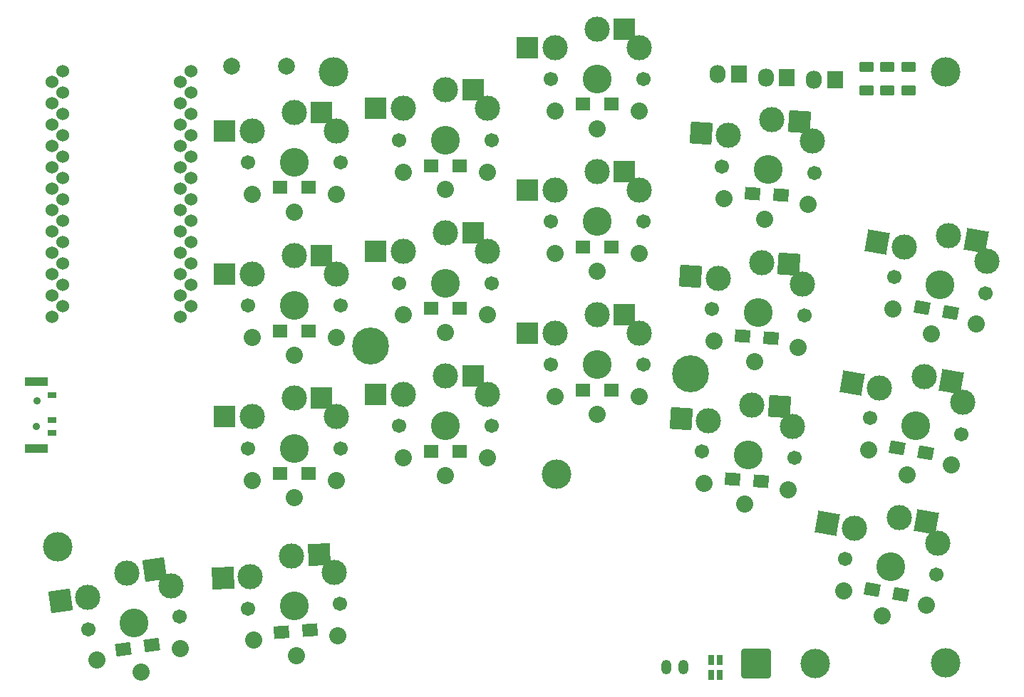
<source format=gts>
G04 #@! TF.GenerationSoftware,KiCad,Pcbnew,7.0.5*
G04 #@! TF.CreationDate,2023-06-08T22:56:43+10:00*
G04 #@! TF.ProjectId,Klotz,4b6c6f74-7a2e-46b6-9963-61645f706362,0.2*
G04 #@! TF.SameCoordinates,Original*
G04 #@! TF.FileFunction,Soldermask,Top*
G04 #@! TF.FilePolarity,Negative*
%FSLAX46Y46*%
G04 Gerber Fmt 4.6, Leading zero omitted, Abs format (unit mm)*
G04 Created by KiCad (PCBNEW 7.0.5) date 2023-06-08 22:56:43*
%MOMM*%
%LPD*%
G01*
G04 APERTURE LIST*
G04 Aperture macros list*
%AMRoundRect*
0 Rectangle with rounded corners*
0 $1 Rounding radius*
0 $2 $3 $4 $5 $6 $7 $8 $9 X,Y pos of 4 corners*
0 Add a 4 corners polygon primitive as box body*
4,1,4,$2,$3,$4,$5,$6,$7,$8,$9,$2,$3,0*
0 Add four circle primitives for the rounded corners*
1,1,$1+$1,$2,$3*
1,1,$1+$1,$4,$5*
1,1,$1+$1,$6,$7*
1,1,$1+$1,$8,$9*
0 Add four rect primitives between the rounded corners*
20,1,$1+$1,$2,$3,$4,$5,0*
20,1,$1+$1,$4,$5,$6,$7,0*
20,1,$1+$1,$6,$7,$8,$9,0*
20,1,$1+$1,$8,$9,$2,$3,0*%
%AMRotRect*
0 Rectangle, with rotation*
0 The origin of the aperture is its center*
0 $1 length*
0 $2 width*
0 $3 Rotation angle, in degrees counterclockwise*
0 Add horizontal line*
21,1,$1,$2,0,0,$3*%
G04 Aperture macros list end*
%ADD10O,1.905000X2.159000*%
%ADD11R,1.905000X2.159000*%
%ADD12R,1.800000X1.500000*%
%ADD13R,0.635000X1.143000*%
%ADD14C,1.701800*%
%ADD15C,3.000000*%
%ADD16C,3.429000*%
%ADD17C,2.032000*%
%ADD18R,2.600000X2.600000*%
%ADD19RotRect,1.800000X1.500000X350.000000*%
%ADD20C,2.000000*%
%ADD21RotRect,2.600000X2.600000X350.000000*%
%ADD22RoundRect,0.250000X0.625000X-0.375000X0.625000X0.375000X-0.625000X0.375000X-0.625000X-0.375000X0*%
%ADD23C,4.400000*%
%ADD24O,1.200000X1.750000*%
%ADD25RotRect,2.600000X2.600000X356.000000*%
%ADD26C,3.500000*%
%ADD27RotRect,2.600000X2.600000X8.000000*%
%ADD28RotRect,1.800000X1.500000X356.000000*%
%ADD29RotRect,1.800000X1.500000X8.000000*%
%ADD30RotRect,1.800000X1.500000X4.000000*%
%ADD31C,0.900000*%
%ADD32R,1.000000X0.700000*%
%ADD33R,2.800000X1.000000*%
%ADD34RotRect,2.600000X2.600000X3.000000*%
%ADD35C,1.524000*%
%ADD36RoundRect,0.250002X-1.499998X-1.499998X1.499998X-1.499998X1.499998X1.499998X-1.499998X1.499998X0*%
G04 APERTURE END LIST*
D10*
X178719019Y-58478792D03*
D11*
X181243019Y-58478792D03*
D12*
X151270000Y-61380000D03*
X154670000Y-61380000D03*
X133220000Y-102670000D03*
X136620000Y-102670000D03*
D13*
X166524620Y-129250000D03*
X167525380Y-129250000D03*
D14*
X147444862Y-58365117D03*
D15*
X147944862Y-54615117D03*
X152944862Y-52415117D03*
D16*
X152944862Y-58365117D03*
D15*
X157944862Y-54615117D03*
D14*
X158444862Y-58365117D03*
D17*
X152944862Y-64265117D03*
D18*
X156219862Y-52415117D03*
X144669862Y-54615117D03*
D17*
X147944862Y-62165117D03*
X157944862Y-62165117D03*
D19*
X191611654Y-85569596D03*
X194960000Y-86160000D03*
D10*
X173004504Y-58168721D03*
D11*
X175528504Y-58168721D03*
D20*
X109570000Y-56820000D03*
X116070000Y-56820000D03*
D14*
X182419621Y-115409183D03*
D15*
X183563206Y-111802978D03*
X188869271Y-110504642D03*
D16*
X187836064Y-116364248D03*
D15*
X193411283Y-113539460D03*
D14*
X193252507Y-117319313D03*
D17*
X186811540Y-122174614D03*
D21*
X192094516Y-111073340D03*
X180337961Y-111234280D03*
D17*
X182252162Y-119238277D03*
X192100240Y-120974758D03*
D22*
X189975000Y-59750000D03*
X189975000Y-56950000D03*
D14*
X129452431Y-99641867D03*
D15*
X129952431Y-95891867D03*
X134952431Y-93691867D03*
D16*
X134952431Y-99641867D03*
D15*
X139952431Y-95891867D03*
D14*
X140452431Y-99641867D03*
D17*
X134952431Y-105541867D03*
D18*
X138227431Y-93691867D03*
X126677431Y-95891867D03*
D17*
X129952431Y-103441867D03*
X139952431Y-103441867D03*
D12*
X115290000Y-88370000D03*
X118690000Y-88370000D03*
X133220000Y-85670000D03*
X136620000Y-85670000D03*
D23*
X126072491Y-90139683D03*
X164027509Y-93460317D03*
D24*
X163225000Y-128350000D03*
X161225000Y-128350000D03*
D14*
X165450692Y-102680303D03*
D15*
X166211061Y-98974316D03*
X171352345Y-97128458D03*
D16*
X170937294Y-103063964D03*
D15*
X176186701Y-99671881D03*
D14*
X176423896Y-103447625D03*
D17*
X170525731Y-108949592D03*
D25*
X174619367Y-97356910D03*
X162944038Y-98745864D03*
D17*
X165684399Y-106505925D03*
X175660040Y-107203490D03*
D26*
X194398013Y-57553692D03*
D19*
X185685827Y-119064798D03*
X189034173Y-119655202D03*
D14*
X147444862Y-75334448D03*
D15*
X147944862Y-71584448D03*
X152944862Y-69384448D03*
D16*
X152944862Y-75334448D03*
D15*
X157944862Y-71584448D03*
D14*
X158444862Y-75334448D03*
D17*
X152944862Y-81234448D03*
D18*
X156219862Y-69384448D03*
X144669862Y-71584448D03*
D17*
X147944862Y-79134448D03*
X157944862Y-79134448D03*
D26*
X148182160Y-105392393D03*
D14*
X167814407Y-68776914D03*
D15*
X168574776Y-65070927D03*
X173716060Y-63225069D03*
D16*
X173301009Y-69160575D03*
D15*
X178550416Y-65768492D03*
D14*
X178787611Y-69544236D03*
D17*
X172889446Y-75046203D03*
D25*
X176983082Y-63453521D03*
X165307753Y-64842475D03*
D17*
X168048114Y-72602536D03*
X178023755Y-73300101D03*
D14*
X166614904Y-85746250D03*
D15*
X167375273Y-82040263D03*
X172516557Y-80194405D03*
D16*
X172101506Y-86129911D03*
D15*
X177350913Y-82737828D03*
D14*
X177588108Y-86513572D03*
D17*
X171689943Y-92015539D03*
D25*
X175783579Y-80422857D03*
X164108250Y-81811811D03*
D17*
X166848611Y-89571872D03*
X176824252Y-90269437D03*
D14*
X147444862Y-92339060D03*
D15*
X147944862Y-88589060D03*
X152944862Y-86389060D03*
D16*
X152944862Y-92339060D03*
D15*
X157944862Y-88589060D03*
D14*
X158444862Y-92339060D03*
D17*
X152944862Y-98239060D03*
D18*
X156219862Y-86389060D03*
X144669862Y-88589060D03*
D17*
X147944862Y-96139060D03*
X157944862Y-96139060D03*
D14*
X92497995Y-123797487D03*
D15*
X92471230Y-120014395D03*
X97116389Y-117139940D03*
D16*
X97944469Y-123032035D03*
D15*
X102373910Y-118622664D03*
D14*
X103390943Y-122266583D03*
D17*
X98765590Y-128874617D03*
D27*
X100359517Y-116684148D03*
X89228102Y-120470187D03*
D17*
X93521986Y-127490919D03*
X103424667Y-126099188D03*
D12*
X151270000Y-78380000D03*
X154670000Y-78380000D03*
D26*
X88900000Y-114030000D03*
D28*
X170228282Y-88972828D03*
X173620000Y-89210000D03*
D14*
X111460000Y-102287813D03*
D15*
X111960000Y-98537813D03*
X116960000Y-96337813D03*
D16*
X116960000Y-102287813D03*
D15*
X121960000Y-98537813D03*
D14*
X122460000Y-102287813D03*
D17*
X116960000Y-108187813D03*
D18*
X120235000Y-96337813D03*
X108685000Y-98537813D03*
D17*
X111960000Y-106087813D03*
X121960000Y-106087813D03*
D22*
X187475000Y-59750000D03*
X187475000Y-56950000D03*
D13*
X166524620Y-127475000D03*
X167525380Y-127475000D03*
D19*
X188637481Y-102274394D03*
X191985827Y-102864798D03*
D12*
X151270000Y-95380000D03*
X154670000Y-95380000D03*
D29*
X96683088Y-126153188D03*
X100050000Y-125680000D03*
D30*
X115438282Y-124157172D03*
X118830000Y-123920000D03*
D14*
X188311267Y-81929145D03*
D15*
X189454852Y-78322940D03*
X194760917Y-77024604D03*
D16*
X193727710Y-82884210D03*
D15*
X199302929Y-80059422D03*
D14*
X199144153Y-83839275D03*
D17*
X192703186Y-88694576D03*
D21*
X197986162Y-77593302D03*
X186229607Y-77754242D03*
D17*
X188143808Y-85758239D03*
X197991886Y-87494720D03*
D26*
X121652143Y-57553692D03*
D12*
X133220000Y-68670000D03*
X136620000Y-68670000D03*
D14*
X111460000Y-85318484D03*
D15*
X111960000Y-81568484D03*
X116960000Y-79368484D03*
D16*
X116960000Y-85318484D03*
D15*
X121960000Y-81568484D03*
D14*
X122460000Y-85318484D03*
D17*
X116960000Y-91218484D03*
D18*
X120235000Y-79368484D03*
X108685000Y-81568484D03*
D17*
X111960000Y-89118484D03*
X121960000Y-89118484D03*
D31*
X86375000Y-99685000D03*
X86425000Y-96685000D03*
D32*
X88225000Y-95935000D03*
X88225000Y-98935000D03*
X88225000Y-100435000D03*
D33*
X86325000Y-94335000D03*
X86325000Y-102285000D03*
D14*
X129452431Y-65632647D03*
D15*
X129952431Y-61882647D03*
X134952431Y-59682647D03*
D16*
X134952431Y-65632647D03*
D15*
X139952431Y-61882647D03*
D14*
X140452431Y-65632647D03*
D17*
X134952431Y-71532647D03*
D18*
X138227431Y-59682647D03*
X126677431Y-61882647D03*
D17*
X129952431Y-69432647D03*
X139952431Y-69432647D03*
D12*
X115290000Y-105270000D03*
X118690000Y-105270000D03*
X115290000Y-71270000D03*
X118690000Y-71270000D03*
D28*
X171428282Y-71972828D03*
X174820000Y-72210000D03*
D14*
X111460000Y-68313872D03*
D15*
X111960000Y-64563872D03*
X116960000Y-62363872D03*
D16*
X116960000Y-68313872D03*
D15*
X121960000Y-64563872D03*
D14*
X122460000Y-68313872D03*
D17*
X116960000Y-74213872D03*
D18*
X120235000Y-62363872D03*
X108685000Y-64563872D03*
D17*
X111960000Y-72113872D03*
X121960000Y-72113872D03*
D14*
X111467538Y-121344243D03*
D15*
X111770592Y-117573214D03*
X116648601Y-115114549D03*
D16*
X116960000Y-121056395D03*
D15*
X121756888Y-117049854D03*
D14*
X122452462Y-120768547D03*
D17*
X117268782Y-126948309D03*
D34*
X119919113Y-114943149D03*
X108500081Y-117744614D03*
D17*
X112165729Y-125112867D03*
X122152024Y-124589507D03*
D26*
X194398013Y-127759458D03*
D14*
X129452431Y-82637259D03*
D15*
X129952431Y-78887259D03*
X134952431Y-76687259D03*
D16*
X134952431Y-82637259D03*
D15*
X139952431Y-78887259D03*
D14*
X140452431Y-82637259D03*
D17*
X134952431Y-88537259D03*
D18*
X138227431Y-76687259D03*
X126677431Y-78887259D03*
D17*
X129952431Y-86437259D03*
X139952431Y-86437259D03*
D35*
X88172500Y-58710000D03*
X104718900Y-57440000D03*
X88172500Y-61250000D03*
X104718900Y-59980000D03*
X88172500Y-63790000D03*
X104718900Y-62520000D03*
X88172500Y-66330000D03*
X104718900Y-65060000D03*
X88172500Y-68870000D03*
X104718900Y-67600000D03*
X88172500Y-71410000D03*
X104718900Y-70140000D03*
X88172500Y-73950000D03*
X104718900Y-72680000D03*
X88172500Y-76490000D03*
X104718900Y-75220000D03*
X88172500Y-79030000D03*
X104718900Y-77760000D03*
X88172500Y-81570000D03*
X104718900Y-80300000D03*
X88172500Y-84110000D03*
X104718900Y-82840000D03*
X88172500Y-86650000D03*
X104718900Y-85380000D03*
X89498900Y-85380000D03*
X103412500Y-86650000D03*
X89498900Y-82840000D03*
X103412500Y-84110000D03*
X89498900Y-80300000D03*
X103412500Y-81570000D03*
X89498900Y-77760000D03*
X103412500Y-79030000D03*
X89498900Y-75220000D03*
X103412500Y-76490000D03*
X89498900Y-72680000D03*
X103412500Y-73950000D03*
X89498900Y-70140000D03*
X103412500Y-71410000D03*
X89498900Y-67600000D03*
X103412500Y-68870000D03*
X89498900Y-65060000D03*
X103412500Y-66330000D03*
X89498900Y-62520000D03*
X103412500Y-63790000D03*
X89498900Y-59980000D03*
X103412500Y-61250000D03*
X89498900Y-57440000D03*
X103412500Y-58710000D03*
D28*
X169032423Y-105954242D03*
X172424141Y-106191414D03*
D10*
X167261254Y-57800649D03*
D11*
X169785254Y-57800649D03*
D22*
X184975000Y-59750000D03*
X184975000Y-56950000D03*
D14*
X185383080Y-98686802D03*
D15*
X186526665Y-95080597D03*
X191832730Y-93782261D03*
D16*
X190799523Y-99641867D03*
D15*
X196374742Y-96817079D03*
D14*
X196215966Y-100596932D03*
D17*
X189774999Y-105452233D03*
D21*
X195057975Y-94350959D03*
X183301420Y-94511899D03*
D17*
X185215621Y-102515896D03*
X195063699Y-104252377D03*
D36*
X171900000Y-127875000D03*
D26*
X178900000Y-127875000D03*
M02*

</source>
